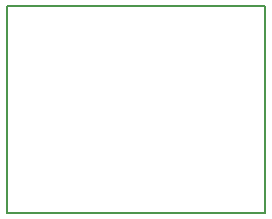
<source format=gko>
G04 DipTrace Beta 2.3.5.2*
%INMinimOSD_MK2.GKO*%
%MOIN*%
%ADD11C,0.0055*%
%FSLAX44Y44*%
G04*
G70*
G90*
G75*
G01*
%LNBoardOutline*%
%LPD*%
X0Y0D2*
D11*
X8600D1*
Y6900D1*
X0D1*
Y0D1*
M02*

</source>
